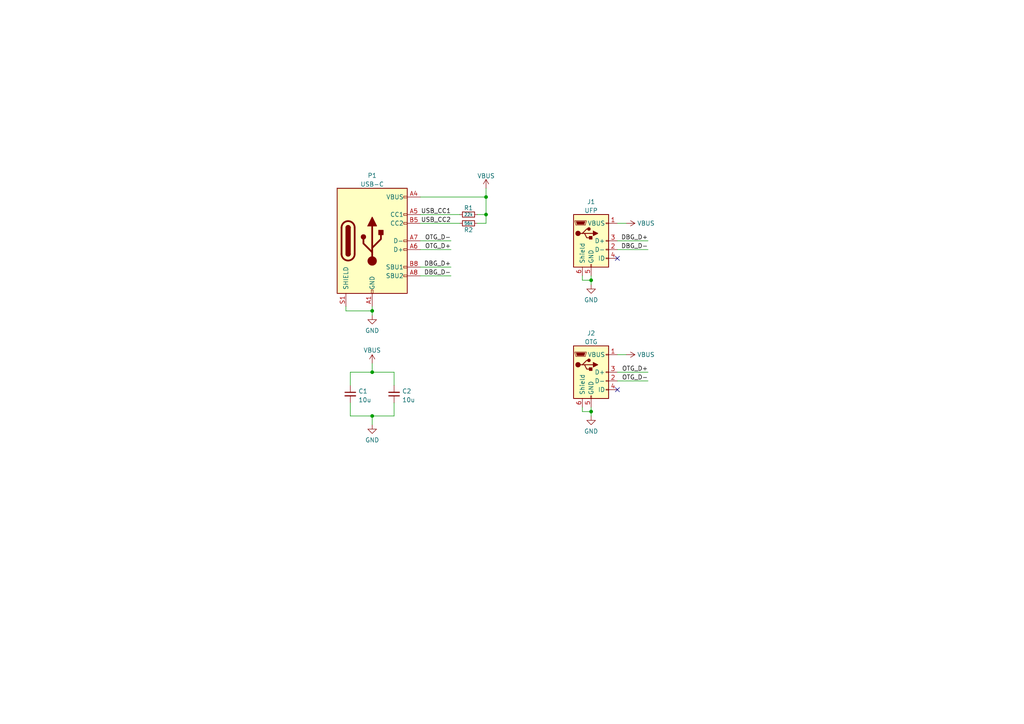
<source format=kicad_sch>
(kicad_sch (version 20211123) (generator eeschema)
  (paper "A4")
  (title_block (title "JLCPCB Design") (rev "1"))
  (lib_symbols
    (symbol "1_My_Symbols:USB_C_Debug_Plug" (pin_names (offset 1.016))
      (property "Reference" "P" (at -10.16 19.05 0))
      (property "Value" "USB_C_Debug_Plug" (at 12.7 19.05 0))
      (symbol "USB_C_Debug_Plug_0_0"
        (rectangle (start -0.254 -15.24) (end 0.254 -14.224))
        (rectangle (start 10.16 -9.906) (end 9.144 -10.414))
        (rectangle (start 10.16 -7.366) (end 9.144 -7.874))
        (rectangle (start 10.16 -2.286) (end 9.144 -2.794))
        (rectangle (start 10.16 0.254) (end 9.144 -0.254))
        (rectangle (start 10.16 5.334) (end 9.144 4.826))
        (rectangle (start 10.16 7.874) (end 9.144 7.366))
        (rectangle (start 10.16 12.954) (end 9.144 12.446))
        (pin bidirectional line (at 13.97 -10.16 180) (length 3.81) (name "SBU2") (number "A8"))
        (pin bidirectional line (at 13.97 -7.62 180) (length 3.81) (name "SBU1") (number "B8"))
      )
      (symbol "USB_C_Debug_Plug_0_1"
        (rectangle (start -10.16 15.24) (end 10.16 -15.24) (stroke (width 0.254)) (fill (type background)))
        (arc (start -8.89 -3.81) (mid -6.985 -5.715) (end -5.08 -3.81) (stroke (width 0.508)))
        (arc (start -7.62 -3.81) (mid -6.985 -4.445) (end -6.35 -3.81) (stroke (width 0.254)))
        (arc (start -7.62 -3.81) (mid -6.985 -4.445) (end -6.35 -3.81) (stroke (width 0.254)) (fill (type outline)))
        (rectangle (start -7.62 -3.81) (end -6.35 3.81) (stroke (width 0.254)) (fill (type outline)))
        (arc (start -6.35 3.81) (mid -6.985 4.445) (end -7.62 3.81) (stroke (width 0.254)))
        (arc (start -6.35 3.81) (mid -6.985 4.445) (end -7.62 3.81) (stroke (width 0.254)) (fill (type outline)))
        (arc (start -5.08 3.81) (mid -6.985 5.715) (end -8.89 3.81) (stroke (width 0.508)))
        (circle (center -2.54 1.143) (radius 0.635) (stroke (width 0.254)) (fill (type outline)))
        (circle (center 0 -5.842) (radius 1.27) (fill (type outline)))
        (polyline (pts (xy -8.89 -3.81) (xy -8.89 3.81)) (stroke (width 0.508)))
        (polyline (pts (xy -5.08 3.81) (xy -5.08 -3.81)) (stroke (width 0.508)))
        (polyline (pts (xy 0 -5.842) (xy 0 4.318)) (stroke (width 0.508)))
        (polyline (pts (xy 0 -3.302) (xy -2.54 -0.762) (xy -2.54 0.508)) (stroke (width 0.508)))
        (polyline (pts (xy 0 -2.032) (xy 2.54 0.508) (xy 2.54 1.778)) (stroke (width 0.508)))
        (polyline (pts (xy -1.27 4.318) (xy 0 6.858) (xy 1.27 4.318) (xy -1.27 4.318)) (stroke (width 0.254)) (fill (type outline)))
        (rectangle (start 1.905 1.778) (end 3.175 3.048) (stroke (width 0.254)) (fill (type outline)))
      )
      (symbol "USB_C_Debug_Plug_1_1"
        (pin passive line (at 0 -19.05 90) (length 3.81) (name "GND") (number "A1"))
        (pin passive line (at 0 -19.05 90) (length 3.81) hide (name "GND") (number "A12"))
        (pin passive line (at 13.97 12.7 180) (length 3.81) (name "VBUS") (number "A4"))
        (pin bidirectional line (at 13.97 7.62 180) (length 3.81) (name "CC1") (number "A5"))
        (pin bidirectional line (at 13.97 -2.54 180) (length 3.81) (name "D+") (number "A6"))
        (pin bidirectional line (at 13.97 0 180) (length 3.81) (name "D-") (number "A7"))
        (pin passive line (at 13.97 12.7 180) (length 3.81) hide (name "VBUS") (number "A9"))
        (pin passive line (at 0 -19.05 90) (length 3.81) hide (name "GND") (number "B1"))
        (pin passive line (at 0 -19.05 90) (length 3.81) hide (name "GND") (number "B12"))
        (pin passive line (at 13.97 12.7 180) (length 3.81) hide (name "VBUS") (number "B4"))
        (pin bidirectional line (at 13.97 5.08 180) (length 3.81) (name "CC2") (number "B5"))
        (pin passive line (at 13.97 12.7 180) (length 3.81) hide (name "VBUS") (number "B9"))
        (pin passive line (at -7.62 -19.05 90) (length 3.81) (name "SHIELD") (number "S1"))
      )
    )
    (symbol "Connector:USB_B_Micro" (pin_names (offset 1.016))
      (property "Reference" "J" (at -5.08 11.43 0))
      (property "Value" "USB_B_Micro" (at -5.08 8.89 0))
      (symbol "USB_B_Micro_0_1"
        (rectangle (start -5.08 -7.62) (end 5.08 7.62) (stroke (width 0.254)) (fill (type background)))
        (circle (center -3.81 2.159) (radius 0.635) (stroke (width 0.254)) (fill (type outline)))
        (circle (center -0.635 3.429) (radius 0.381) (stroke (width 0.254)) (fill (type outline)))
        (rectangle (start -0.127 -7.62) (end 0.127 -6.858))
        (polyline (pts (xy -1.905 2.159) (xy 0.635 2.159)) (stroke (width 0.254)))
        (polyline (pts (xy -3.175 2.159) (xy -2.54 2.159) (xy -1.27 3.429) (xy -0.635 3.429)) (stroke (width 0.254)))
        (polyline (pts (xy -2.54 2.159) (xy -1.905 2.159) (xy -1.27 0.889) (xy 0 0.889)) (stroke (width 0.254)))
        (polyline (pts (xy 0.635 2.794) (xy 0.635 1.524) (xy 1.905 2.159) (xy 0.635 2.794)) (stroke (width 0.254)) (fill (type outline)))
        (polyline (pts (xy -4.318 5.588) (xy -1.778 5.588) (xy -2.032 4.826) (xy -4.064 4.826) (xy -4.318 5.588)) (fill (type outline)))
        (polyline (pts (xy -4.699 5.842) (xy -4.699 5.588) (xy -4.445 4.826) (xy -4.445 4.572) (xy -1.651 4.572) (xy -1.651 4.826) (xy -1.397 5.588) (xy -1.397 5.842) (xy -4.699 5.842)))
        (rectangle (start 0.254 1.27) (end -0.508 0.508) (stroke (width 0.254)) (fill (type outline)))
        (rectangle (start 5.08 -5.207) (end 4.318 -4.953))
        (rectangle (start 5.08 -2.667) (end 4.318 -2.413))
        (rectangle (start 5.08 -0.127) (end 4.318 0.127))
        (rectangle (start 5.08 4.953) (end 4.318 5.207))
      )
      (symbol "USB_B_Micro_1_1"
        (pin power_out line (at 7.62 5.08 180) (length 2.54) (name "VBUS") (number "1"))
        (pin bidirectional line (at 7.62 -2.54 180) (length 2.54) (name "D-") (number "2"))
        (pin bidirectional line (at 7.62 0 180) (length 2.54) (name "D+") (number "3"))
        (pin passive line (at 7.62 -5.08 180) (length 2.54) (name "ID") (number "4"))
        (pin power_out line (at 0 -10.16 90) (length 2.54) (name "GND") (number "5"))
        (pin passive line (at -2.54 -10.16 90) (length 2.54) (name "Shield") (number "6"))
      )
    )
    (symbol "Device:C_Small" (pin_numbers hide) (pin_names (offset 0.254) hide)
      (property "Reference" "C" (at 0.254 1.778 0))
      (property "Value" "C_Small" (at 0.254 -2.032 0))
      (symbol "C_Small_0_1"
        (polyline (pts (xy -1.524 -0.508) (xy 1.524 -0.508)) (stroke (width 0.3302)))
        (polyline (pts (xy -1.524 0.508) (xy 1.524 0.508)) (stroke (width 0.3048)))
      )
      (symbol "C_Small_1_1"
        (pin passive line (at 0 2.54 270) (length 2.032) (name "~") (number "1"))
        (pin passive line (at 0 -2.54 90) (length 2.032) (name "~") (number "2"))
      )
    )
    (symbol "Device:R_Small" (pin_numbers hide) (pin_names (offset 0.254) hide)
      (property "Reference" "R" (at 0.762 0.508 0))
      (property "Value" "R_Small" (at 0.762 -1.016 0))
      (symbol "R_Small_0_1"
        (rectangle (start -0.762 1.778) (end 0.762 -1.778) (stroke (width 0.2032)))
      )
      (symbol "R_Small_1_1"
        (pin passive line (at 0 2.54 270) (length 0.762) (name "~") (number "1"))
        (pin passive line (at 0 -2.54 90) (length 0.762) (name "~") (number "2"))
      )
    )
    (symbol "power:GND" (power) (pin_names (offset 0))
      (property "Value" "GND" (at 0 -3.81 0))
      (symbol "GND_0_1"
        (polyline (pts (xy 0 0) (xy 0 -1.27) (xy 1.27 -1.27) (xy 0 -2.54) (xy -1.27 -1.27) (xy 0 -1.27)))
      )
      (symbol "GND_1_1"
        (pin power_in line (at 0 0 270) (length 0) hide (name "GND") (number "1"))
      )
    )
    (symbol "power:VBUS" (power) (pin_names (offset 0))
      (property "Value" "VBUS" (at 0 3.81 0))
      (symbol "VBUS_0_1"
        (polyline (pts (xy -0.762 1.27) (xy 0 2.54)))
        (polyline (pts (xy 0 0) (xy 0 2.54)))
        (polyline (pts (xy 0 2.54) (xy 0.762 1.27)))
      )
      (symbol "VBUS_1_1"
        (pin power_in line (at 0 0 90) (length 0) hide (name "VBUS") (number "1"))
      )
    )
  )
  (junction (at 140.97 57.15))
  (junction (at 171.45 119.38))
  (junction (at 107.95 120.65))
  (junction (at 140.97 62.23))
  (junction (at 107.95 90.17))
  (junction (at 171.45 81.28))
  (junction (at 107.95 107.95))
  (no_connect (at 179.07 113.03))
  (no_connect (at 179.07 74.93))
  (wire (pts (xy 121.92 80.01) (xy 130.81 80.01)))
  (wire (pts (xy 101.6 107.95) (xy 101.6 111.76)))
  (wire (pts (xy 138.43 64.77) (xy 140.97 64.77)))
  (wire (pts (xy 168.91 118.11) (xy 168.91 119.38)))
  (wire (pts (xy 179.07 64.77) (xy 181.61 64.77)))
  (wire (pts (xy 171.45 119.38) (xy 171.45 120.65)))
  (wire (pts (xy 179.07 72.39) (xy 187.96 72.39)))
  (wire (pts (xy 101.6 116.84) (xy 101.6 120.65)))
  (wire (pts (xy 107.95 107.95) (xy 101.6 107.95)))
  (wire (pts (xy 121.92 69.85) (xy 130.81 69.85)))
  (wire (pts (xy 179.07 69.85) (xy 187.96 69.85)))
  (wire (pts (xy 140.97 62.23) (xy 140.97 57.15)))
  (wire (pts (xy 171.45 80.01) (xy 171.45 81.28)))
  (wire (pts (xy 121.92 72.39) (xy 130.81 72.39)))
  (wire (pts (xy 138.43 62.23) (xy 140.97 62.23)))
  (wire (pts (xy 100.33 90.17) (xy 107.95 90.17)))
  (wire (pts (xy 114.3 107.95) (xy 114.3 111.76)))
  (wire (pts (xy 168.91 119.38) (xy 171.45 119.38)))
  (wire (pts (xy 107.95 90.17) (xy 107.95 91.44)))
  (wire (pts (xy 107.95 107.95) (xy 107.95 105.41)))
  (wire (pts (xy 114.3 116.84) (xy 114.3 120.65)))
  (wire (pts (xy 179.07 110.49) (xy 187.96 110.49)))
  (wire (pts (xy 168.91 81.28) (xy 171.45 81.28)))
  (wire (pts (xy 107.95 120.65) (xy 101.6 120.65)))
  (wire (pts (xy 121.92 64.77) (xy 133.35 64.77)))
  (wire (pts (xy 121.92 77.47) (xy 130.81 77.47)))
  (wire (pts (xy 114.3 120.65) (xy 107.95 120.65)))
  (wire (pts (xy 140.97 54.61) (xy 140.97 57.15)))
  (wire (pts (xy 121.92 62.23) (xy 133.35 62.23)))
  (wire (pts (xy 171.45 118.11) (xy 171.45 119.38)))
  (wire (pts (xy 168.91 80.01) (xy 168.91 81.28)))
  (wire (pts (xy 107.95 120.65) (xy 107.95 123.19)))
  (wire (pts (xy 171.45 81.28) (xy 171.45 82.55)))
  (wire (pts (xy 107.95 107.95) (xy 114.3 107.95)))
  (wire (pts (xy 100.33 88.9) (xy 100.33 90.17)))
  (wire (pts (xy 121.92 57.15) (xy 140.97 57.15)))
  (wire (pts (xy 107.95 88.9) (xy 107.95 90.17)))
  (wire (pts (xy 140.97 64.77) (xy 140.97 62.23)))
  (wire (pts (xy 179.07 107.95) (xy 187.96 107.95)))
  (wire (pts (xy 179.07 102.87) (xy 181.61 102.87)))
  (label "OTG_D+" (at 187.96 107.95 180))
  (label "OTG_D+" (at 130.81 72.39 180))
  (label "USB_CC1" (at 130.81 62.23 180))
  (label "DBG_D+" (at 187.96 69.85 180))
  (label "DBG_D-" (at 130.81 80.01 180))
  (label "OTG_D-" (at 187.96 110.49 180))
  (label "OTG_D-" (at 130.81 69.85 180))
  (label "DBG_D+" (at 130.81 77.47 180))
  (label "USB_CC2" (at 130.81 64.77 180))
  (label "DBG_D-" (at 187.96 72.39 180))
  (symbol (lib_id "power:GND") (at 107.95 91.44 0) (unit 1)
    (property "Reference" "#PWR04" (effects hide))
    (property "Value" "GND" (at 107.95 95.8834 0))
  )
  (symbol (lib_id "power:VBUS") (at 181.61 102.87 270) (unit 1)
    (property "Reference" "#PWR05" (effects hide))
    (property "Value" "VBUS" (at 184.785 102.87 90) (effects (justify left)))
  )
  (symbol (lib_id "power:GND") (at 171.45 82.55 0) (unit 1)
    (property "Reference" "#PWR03" (effects hide))
    (property "Value" "GND" (at 171.45 86.9934 0))
  )
  (symbol (lib_id "power:VBUS") (at 140.97 54.61 0) (unit 1)
    (property "Reference" "#PWR01" (effects hide))
    (property "Value" "VBUS" (at 140.97 51.0342 0))
  )
  (symbol (lib_id "Connector:USB_B_Micro") (at 171.45 107.95 0) (unit 1)
    (property "Reference" "J2" (at 171.45 96.6302 0))
    (property "Value" "OTG" (at 171.45 99.1671 0))
    (property "Footprint" "10-My-Footprints:USB-Micro-B_EmbeddedPCB_Type3" (effects hide))
  )
  (symbol (lib_id "Device:C_Small") (at 114.3 114.3 180) (unit 1)
    (property "Reference" "C2" (at 116.6241 113.4589 0) (effects (justify right)))
    (property "Value" "10u" (at 116.6241 115.9958 0) (effects (justify right)))
    (property "Footprint" "Capacitor_SMD:C_0603_1608Metric" (effects hide))
  )
  (symbol (lib_id "Device:R_Small") (at 135.89 64.77 270) (unit 1)
    (property "Reference" "R2" (at 135.89 66.675 90))
    (property "Value" "56k" (at 135.89 64.77 90) (effects (font (size 0.889 0.889))))
    (property "Footprint" "Resistor_SMD:R_0603_1608Metric" (effects hide))
  )
  (symbol (lib_id "power:GND") (at 107.95 123.19 0) (unit 1)
    (property "Reference" "#PWR08" (effects hide))
    (property "Value" "GND" (at 107.95 127.6334 0))
  )
  (symbol (lib_id "power:GND") (at 171.45 120.65 0) (unit 1)
    (property "Reference" "#PWR07" (effects hide))
    (property "Value" "GND" (at 171.45 125.0934 0))
  )
  (symbol (lib_id "power:VBUS") (at 107.95 105.41 0) (unit 1)
    (property "Reference" "#PWR06" (effects hide))
    (property "Value" "VBUS" (at 107.95 101.6 0))
  )
  (symbol (lib_id "Device:R_Small") (at 135.89 62.23 270) (unit 1)
    (property "Reference" "R1" (at 135.89 60.325 90))
    (property "Value" "22k" (at 135.89 62.23 90) (effects (font (size 0.889 0.889))))
    (property "Footprint" "Resistor_SMD:R_0603_1608Metric" (effects hide))
  )
  (symbol (lib_id "1_My_Symbols:USB_C_Debug_Plug") (at 107.95 69.85 0) (unit 1)
    (property "Reference" "P1" (at 107.95 50.9102 0))
    (property "Value" "USB-C" (at 107.95 53.4471 0))
    (property "Footprint" "10-My-Footprints:USB_C_Plug_Xunpu_TYPEC-950-ARP24" (effects hide))
  )
  (symbol (lib_id "power:VBUS") (at 181.61 64.77 270) (unit 1)
    (property "Reference" "#PWR02" (effects hide))
    (property "Value" "VBUS" (at 184.785 64.77 90) (effects (justify left)))
  )
  (symbol (lib_id "Device:C_Small") (at 101.6 114.3 0) (unit 1)
    (property "Reference" "C1" (at 103.9241 113.4716 0) (effects (justify left)))
    (property "Value" "10u" (at 103.9241 116.0085 0) (effects (justify left)))
    (property "Footprint" "Capacitor_SMD:C_0603_1608Metric" (effects hide))
  )
  (symbol (lib_id "Connector:USB_B_Micro") (at 171.45 69.85 0) (unit 1)
    (property "Reference" "J1" (at 171.45 58.5302 0))
    (property "Value" "UFP" (at 171.45 61.0671 0))
    (property "Footprint" "11-My-Edits:Micro-USB_Xunpu-MU-109-ARY-C720609_AndVariants" (effects hide))
  )
)
</source>
